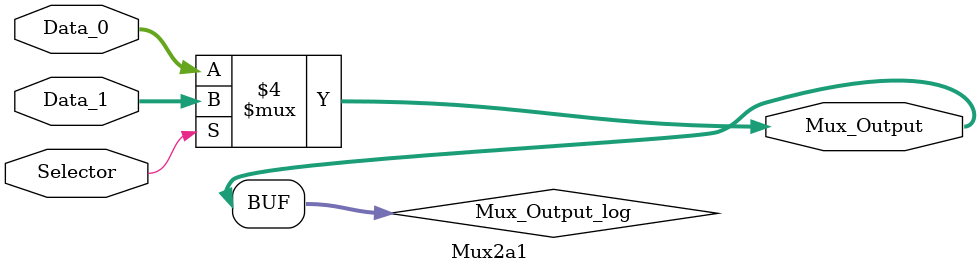
<source format=sv>
module Mux2a1
(
	input Selector,
	input [15:0] Data_0,
	input [15:0] Data_1,

	output [15:0] Mux_Output
);

logic [15:0] Mux_Output_log;

always_comb begin: ThisIsaMUX

	if (Selector == 1'b1)
		Mux_Output_log = Data_1;
	else
		Mux_Output_log = Data_0;

end// end always

assign Mux_Output = Mux_Output_log;

endmodule

</source>
